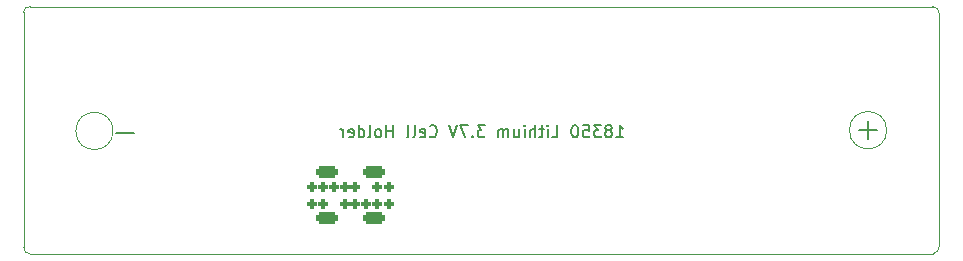
<source format=gbr>
%TF.GenerationSoftware,KiCad,Pcbnew,7.0.6-0*%
%TF.CreationDate,2024-02-21T20:03:51+01:00*%
%TF.ProjectId,smoke_extractorV1_1,736d6f6b-655f-4657-9874-726163746f72,rev?*%
%TF.SameCoordinates,Original*%
%TF.FileFunction,Legend,Bot*%
%TF.FilePolarity,Positive*%
%FSLAX46Y46*%
G04 Gerber Fmt 4.6, Leading zero omitted, Abs format (unit mm)*
G04 Created by KiCad (PCBNEW 7.0.6-0) date 2024-02-21 20:03:51*
%MOMM*%
%LPD*%
G01*
G04 APERTURE LIST*
G04 Aperture macros list*
%AMRoundRect*
0 Rectangle with rounded corners*
0 $1 Rounding radius*
0 $2 $3 $4 $5 $6 $7 $8 $9 X,Y pos of 4 corners*
0 Add a 4 corners polygon primitive as box body*
4,1,4,$2,$3,$4,$5,$6,$7,$8,$9,$2,$3,0*
0 Add four circle primitives for the rounded corners*
1,1,$1+$1,$2,$3*
1,1,$1+$1,$4,$5*
1,1,$1+$1,$6,$7*
1,1,$1+$1,$8,$9*
0 Add four rect primitives between the rounded corners*
20,1,$1+$1,$2,$3,$4,$5,0*
20,1,$1+$1,$4,$5,$6,$7,0*
20,1,$1+$1,$6,$7,$8,$9,0*
20,1,$1+$1,$8,$9,$2,$3,0*%
G04 Aperture macros list end*
%ADD10C,0.150000*%
%ADD11C,0.120000*%
%ADD12RoundRect,0.200000X-0.200000X-0.200000X0.200000X-0.200000X0.200000X0.200000X-0.200000X0.200000X0*%
%ADD13RoundRect,0.250000X-0.700000X-0.250000X0.700000X-0.250000X0.700000X0.250000X-0.700000X0.250000X0*%
%ADD14C,5.700000*%
%ADD15RoundRect,0.500000X-2.750000X-0.500000X2.750000X-0.500000X2.750000X0.500000X-2.750000X0.500000X0*%
%ADD16C,2.000000*%
%ADD17R,1.500000X3.000000*%
G04 APERTURE END LIST*
D10*
X137391095Y-83900412D02*
X135867286Y-83900412D01*
X136629190Y-84662317D02*
X136629190Y-83138507D01*
X115329006Y-84480836D02*
X115900434Y-84480836D01*
X115614720Y-84480836D02*
X115614720Y-83480836D01*
X115614720Y-83480836D02*
X115709958Y-83623693D01*
X115709958Y-83623693D02*
X115805196Y-83718931D01*
X115805196Y-83718931D02*
X115900434Y-83766550D01*
X114757577Y-83909407D02*
X114852815Y-83861788D01*
X114852815Y-83861788D02*
X114900434Y-83814169D01*
X114900434Y-83814169D02*
X114948053Y-83718931D01*
X114948053Y-83718931D02*
X114948053Y-83671312D01*
X114948053Y-83671312D02*
X114900434Y-83576074D01*
X114900434Y-83576074D02*
X114852815Y-83528455D01*
X114852815Y-83528455D02*
X114757577Y-83480836D01*
X114757577Y-83480836D02*
X114567101Y-83480836D01*
X114567101Y-83480836D02*
X114471863Y-83528455D01*
X114471863Y-83528455D02*
X114424244Y-83576074D01*
X114424244Y-83576074D02*
X114376625Y-83671312D01*
X114376625Y-83671312D02*
X114376625Y-83718931D01*
X114376625Y-83718931D02*
X114424244Y-83814169D01*
X114424244Y-83814169D02*
X114471863Y-83861788D01*
X114471863Y-83861788D02*
X114567101Y-83909407D01*
X114567101Y-83909407D02*
X114757577Y-83909407D01*
X114757577Y-83909407D02*
X114852815Y-83957026D01*
X114852815Y-83957026D02*
X114900434Y-84004645D01*
X114900434Y-84004645D02*
X114948053Y-84099883D01*
X114948053Y-84099883D02*
X114948053Y-84290359D01*
X114948053Y-84290359D02*
X114900434Y-84385597D01*
X114900434Y-84385597D02*
X114852815Y-84433217D01*
X114852815Y-84433217D02*
X114757577Y-84480836D01*
X114757577Y-84480836D02*
X114567101Y-84480836D01*
X114567101Y-84480836D02*
X114471863Y-84433217D01*
X114471863Y-84433217D02*
X114424244Y-84385597D01*
X114424244Y-84385597D02*
X114376625Y-84290359D01*
X114376625Y-84290359D02*
X114376625Y-84099883D01*
X114376625Y-84099883D02*
X114424244Y-84004645D01*
X114424244Y-84004645D02*
X114471863Y-83957026D01*
X114471863Y-83957026D02*
X114567101Y-83909407D01*
X114043291Y-83480836D02*
X113424244Y-83480836D01*
X113424244Y-83480836D02*
X113757577Y-83861788D01*
X113757577Y-83861788D02*
X113614720Y-83861788D01*
X113614720Y-83861788D02*
X113519482Y-83909407D01*
X113519482Y-83909407D02*
X113471863Y-83957026D01*
X113471863Y-83957026D02*
X113424244Y-84052264D01*
X113424244Y-84052264D02*
X113424244Y-84290359D01*
X113424244Y-84290359D02*
X113471863Y-84385597D01*
X113471863Y-84385597D02*
X113519482Y-84433217D01*
X113519482Y-84433217D02*
X113614720Y-84480836D01*
X113614720Y-84480836D02*
X113900434Y-84480836D01*
X113900434Y-84480836D02*
X113995672Y-84433217D01*
X113995672Y-84433217D02*
X114043291Y-84385597D01*
X112519482Y-83480836D02*
X112995672Y-83480836D01*
X112995672Y-83480836D02*
X113043291Y-83957026D01*
X113043291Y-83957026D02*
X112995672Y-83909407D01*
X112995672Y-83909407D02*
X112900434Y-83861788D01*
X112900434Y-83861788D02*
X112662339Y-83861788D01*
X112662339Y-83861788D02*
X112567101Y-83909407D01*
X112567101Y-83909407D02*
X112519482Y-83957026D01*
X112519482Y-83957026D02*
X112471863Y-84052264D01*
X112471863Y-84052264D02*
X112471863Y-84290359D01*
X112471863Y-84290359D02*
X112519482Y-84385597D01*
X112519482Y-84385597D02*
X112567101Y-84433217D01*
X112567101Y-84433217D02*
X112662339Y-84480836D01*
X112662339Y-84480836D02*
X112900434Y-84480836D01*
X112900434Y-84480836D02*
X112995672Y-84433217D01*
X112995672Y-84433217D02*
X113043291Y-84385597D01*
X111852815Y-83480836D02*
X111757577Y-83480836D01*
X111757577Y-83480836D02*
X111662339Y-83528455D01*
X111662339Y-83528455D02*
X111614720Y-83576074D01*
X111614720Y-83576074D02*
X111567101Y-83671312D01*
X111567101Y-83671312D02*
X111519482Y-83861788D01*
X111519482Y-83861788D02*
X111519482Y-84099883D01*
X111519482Y-84099883D02*
X111567101Y-84290359D01*
X111567101Y-84290359D02*
X111614720Y-84385597D01*
X111614720Y-84385597D02*
X111662339Y-84433217D01*
X111662339Y-84433217D02*
X111757577Y-84480836D01*
X111757577Y-84480836D02*
X111852815Y-84480836D01*
X111852815Y-84480836D02*
X111948053Y-84433217D01*
X111948053Y-84433217D02*
X111995672Y-84385597D01*
X111995672Y-84385597D02*
X112043291Y-84290359D01*
X112043291Y-84290359D02*
X112090910Y-84099883D01*
X112090910Y-84099883D02*
X112090910Y-83861788D01*
X112090910Y-83861788D02*
X112043291Y-83671312D01*
X112043291Y-83671312D02*
X111995672Y-83576074D01*
X111995672Y-83576074D02*
X111948053Y-83528455D01*
X111948053Y-83528455D02*
X111852815Y-83480836D01*
X109852815Y-84480836D02*
X110329005Y-84480836D01*
X110329005Y-84480836D02*
X110329005Y-83480836D01*
X109519481Y-84480836D02*
X109519481Y-83814169D01*
X109519481Y-83480836D02*
X109567100Y-83528455D01*
X109567100Y-83528455D02*
X109519481Y-83576074D01*
X109519481Y-83576074D02*
X109471862Y-83528455D01*
X109471862Y-83528455D02*
X109519481Y-83480836D01*
X109519481Y-83480836D02*
X109519481Y-83576074D01*
X109186148Y-83814169D02*
X108805196Y-83814169D01*
X109043291Y-83480836D02*
X109043291Y-84337978D01*
X109043291Y-84337978D02*
X108995672Y-84433217D01*
X108995672Y-84433217D02*
X108900434Y-84480836D01*
X108900434Y-84480836D02*
X108805196Y-84480836D01*
X108471862Y-84480836D02*
X108471862Y-83480836D01*
X108043291Y-84480836D02*
X108043291Y-83957026D01*
X108043291Y-83957026D02*
X108090910Y-83861788D01*
X108090910Y-83861788D02*
X108186148Y-83814169D01*
X108186148Y-83814169D02*
X108329005Y-83814169D01*
X108329005Y-83814169D02*
X108424243Y-83861788D01*
X108424243Y-83861788D02*
X108471862Y-83909407D01*
X107567100Y-84480836D02*
X107567100Y-83814169D01*
X107567100Y-83480836D02*
X107614719Y-83528455D01*
X107614719Y-83528455D02*
X107567100Y-83576074D01*
X107567100Y-83576074D02*
X107519481Y-83528455D01*
X107519481Y-83528455D02*
X107567100Y-83480836D01*
X107567100Y-83480836D02*
X107567100Y-83576074D01*
X106662339Y-83814169D02*
X106662339Y-84480836D01*
X107090910Y-83814169D02*
X107090910Y-84337978D01*
X107090910Y-84337978D02*
X107043291Y-84433217D01*
X107043291Y-84433217D02*
X106948053Y-84480836D01*
X106948053Y-84480836D02*
X106805196Y-84480836D01*
X106805196Y-84480836D02*
X106709958Y-84433217D01*
X106709958Y-84433217D02*
X106662339Y-84385597D01*
X106186148Y-84480836D02*
X106186148Y-83814169D01*
X106186148Y-83909407D02*
X106138529Y-83861788D01*
X106138529Y-83861788D02*
X106043291Y-83814169D01*
X106043291Y-83814169D02*
X105900434Y-83814169D01*
X105900434Y-83814169D02*
X105805196Y-83861788D01*
X105805196Y-83861788D02*
X105757577Y-83957026D01*
X105757577Y-83957026D02*
X105757577Y-84480836D01*
X105757577Y-83957026D02*
X105709958Y-83861788D01*
X105709958Y-83861788D02*
X105614720Y-83814169D01*
X105614720Y-83814169D02*
X105471863Y-83814169D01*
X105471863Y-83814169D02*
X105376624Y-83861788D01*
X105376624Y-83861788D02*
X105329005Y-83957026D01*
X105329005Y-83957026D02*
X105329005Y-84480836D01*
X104186148Y-83480836D02*
X103567101Y-83480836D01*
X103567101Y-83480836D02*
X103900434Y-83861788D01*
X103900434Y-83861788D02*
X103757577Y-83861788D01*
X103757577Y-83861788D02*
X103662339Y-83909407D01*
X103662339Y-83909407D02*
X103614720Y-83957026D01*
X103614720Y-83957026D02*
X103567101Y-84052264D01*
X103567101Y-84052264D02*
X103567101Y-84290359D01*
X103567101Y-84290359D02*
X103614720Y-84385597D01*
X103614720Y-84385597D02*
X103662339Y-84433217D01*
X103662339Y-84433217D02*
X103757577Y-84480836D01*
X103757577Y-84480836D02*
X104043291Y-84480836D01*
X104043291Y-84480836D02*
X104138529Y-84433217D01*
X104138529Y-84433217D02*
X104186148Y-84385597D01*
X103138529Y-84385597D02*
X103090910Y-84433217D01*
X103090910Y-84433217D02*
X103138529Y-84480836D01*
X103138529Y-84480836D02*
X103186148Y-84433217D01*
X103186148Y-84433217D02*
X103138529Y-84385597D01*
X103138529Y-84385597D02*
X103138529Y-84480836D01*
X102757577Y-83480836D02*
X102090911Y-83480836D01*
X102090911Y-83480836D02*
X102519482Y-84480836D01*
X101852815Y-83480836D02*
X101519482Y-84480836D01*
X101519482Y-84480836D02*
X101186149Y-83480836D01*
X99519482Y-84385597D02*
X99567101Y-84433217D01*
X99567101Y-84433217D02*
X99709958Y-84480836D01*
X99709958Y-84480836D02*
X99805196Y-84480836D01*
X99805196Y-84480836D02*
X99948053Y-84433217D01*
X99948053Y-84433217D02*
X100043291Y-84337978D01*
X100043291Y-84337978D02*
X100090910Y-84242740D01*
X100090910Y-84242740D02*
X100138529Y-84052264D01*
X100138529Y-84052264D02*
X100138529Y-83909407D01*
X100138529Y-83909407D02*
X100090910Y-83718931D01*
X100090910Y-83718931D02*
X100043291Y-83623693D01*
X100043291Y-83623693D02*
X99948053Y-83528455D01*
X99948053Y-83528455D02*
X99805196Y-83480836D01*
X99805196Y-83480836D02*
X99709958Y-83480836D01*
X99709958Y-83480836D02*
X99567101Y-83528455D01*
X99567101Y-83528455D02*
X99519482Y-83576074D01*
X98709958Y-84433217D02*
X98805196Y-84480836D01*
X98805196Y-84480836D02*
X98995672Y-84480836D01*
X98995672Y-84480836D02*
X99090910Y-84433217D01*
X99090910Y-84433217D02*
X99138529Y-84337978D01*
X99138529Y-84337978D02*
X99138529Y-83957026D01*
X99138529Y-83957026D02*
X99090910Y-83861788D01*
X99090910Y-83861788D02*
X98995672Y-83814169D01*
X98995672Y-83814169D02*
X98805196Y-83814169D01*
X98805196Y-83814169D02*
X98709958Y-83861788D01*
X98709958Y-83861788D02*
X98662339Y-83957026D01*
X98662339Y-83957026D02*
X98662339Y-84052264D01*
X98662339Y-84052264D02*
X99138529Y-84147502D01*
X98090910Y-84480836D02*
X98186148Y-84433217D01*
X98186148Y-84433217D02*
X98233767Y-84337978D01*
X98233767Y-84337978D02*
X98233767Y-83480836D01*
X97567100Y-84480836D02*
X97662338Y-84433217D01*
X97662338Y-84433217D02*
X97709957Y-84337978D01*
X97709957Y-84337978D02*
X97709957Y-83480836D01*
X96424242Y-84480836D02*
X96424242Y-83480836D01*
X96424242Y-83957026D02*
X95852814Y-83957026D01*
X95852814Y-84480836D02*
X95852814Y-83480836D01*
X95233766Y-84480836D02*
X95329004Y-84433217D01*
X95329004Y-84433217D02*
X95376623Y-84385597D01*
X95376623Y-84385597D02*
X95424242Y-84290359D01*
X95424242Y-84290359D02*
X95424242Y-84004645D01*
X95424242Y-84004645D02*
X95376623Y-83909407D01*
X95376623Y-83909407D02*
X95329004Y-83861788D01*
X95329004Y-83861788D02*
X95233766Y-83814169D01*
X95233766Y-83814169D02*
X95090909Y-83814169D01*
X95090909Y-83814169D02*
X94995671Y-83861788D01*
X94995671Y-83861788D02*
X94948052Y-83909407D01*
X94948052Y-83909407D02*
X94900433Y-84004645D01*
X94900433Y-84004645D02*
X94900433Y-84290359D01*
X94900433Y-84290359D02*
X94948052Y-84385597D01*
X94948052Y-84385597D02*
X94995671Y-84433217D01*
X94995671Y-84433217D02*
X95090909Y-84480836D01*
X95090909Y-84480836D02*
X95233766Y-84480836D01*
X94329004Y-84480836D02*
X94424242Y-84433217D01*
X94424242Y-84433217D02*
X94471861Y-84337978D01*
X94471861Y-84337978D02*
X94471861Y-83480836D01*
X93519480Y-84480836D02*
X93519480Y-83480836D01*
X93519480Y-84433217D02*
X93614718Y-84480836D01*
X93614718Y-84480836D02*
X93805194Y-84480836D01*
X93805194Y-84480836D02*
X93900432Y-84433217D01*
X93900432Y-84433217D02*
X93948051Y-84385597D01*
X93948051Y-84385597D02*
X93995670Y-84290359D01*
X93995670Y-84290359D02*
X93995670Y-84004645D01*
X93995670Y-84004645D02*
X93948051Y-83909407D01*
X93948051Y-83909407D02*
X93900432Y-83861788D01*
X93900432Y-83861788D02*
X93805194Y-83814169D01*
X93805194Y-83814169D02*
X93614718Y-83814169D01*
X93614718Y-83814169D02*
X93519480Y-83861788D01*
X92662337Y-84433217D02*
X92757575Y-84480836D01*
X92757575Y-84480836D02*
X92948051Y-84480836D01*
X92948051Y-84480836D02*
X93043289Y-84433217D01*
X93043289Y-84433217D02*
X93090908Y-84337978D01*
X93090908Y-84337978D02*
X93090908Y-83957026D01*
X93090908Y-83957026D02*
X93043289Y-83861788D01*
X93043289Y-83861788D02*
X92948051Y-83814169D01*
X92948051Y-83814169D02*
X92757575Y-83814169D01*
X92757575Y-83814169D02*
X92662337Y-83861788D01*
X92662337Y-83861788D02*
X92614718Y-83957026D01*
X92614718Y-83957026D02*
X92614718Y-84052264D01*
X92614718Y-84052264D02*
X93090908Y-84147502D01*
X92186146Y-84480836D02*
X92186146Y-83814169D01*
X92186146Y-84004645D02*
X92138527Y-83909407D01*
X92138527Y-83909407D02*
X92090908Y-83861788D01*
X92090908Y-83861788D02*
X91995670Y-83814169D01*
X91995670Y-83814169D02*
X91900432Y-83814169D01*
X74466095Y-84131550D02*
X72942286Y-84131550D01*
D11*
%TO.C,U6*%
X142659144Y-74014926D02*
X142662697Y-93674672D01*
X142112697Y-94379570D02*
X65686962Y-94376017D01*
X142109144Y-73426010D02*
X65686962Y-73426010D01*
X65148053Y-83926017D02*
X65136962Y-73897671D01*
X65136962Y-93826017D02*
X65148053Y-83926017D01*
X142112697Y-94379570D02*
G75*
G03*
X142662697Y-93674672I-148674J683022D01*
G01*
X142659143Y-74014926D02*
G75*
G03*
X142109144Y-73426011I-590291J1D01*
G01*
X65136953Y-93826017D02*
G75*
G03*
X65686962Y-94376017I550000J0D01*
G01*
X65686961Y-73426016D02*
G75*
G03*
X65136962Y-73897671I-72768J-471651D01*
G01*
X138210330Y-83894879D02*
G75*
G03*
X138210330Y-83894879I-1581139J0D01*
G01*
X72710330Y-83958001D02*
G75*
G03*
X72710330Y-83958001I-1581139J0D01*
G01*
%TD*%
%LPC*%
D12*
%TO.C,U1*%
X89529275Y-88700000D03*
X89529275Y-90100000D03*
D13*
X90779275Y-87450000D03*
X90779275Y-91350000D03*
X94779275Y-87450000D03*
X94779275Y-91350000D03*
D12*
X96029275Y-88700000D03*
X96029275Y-90100000D03*
X90479275Y-88700000D03*
X90479275Y-90100000D03*
X95079275Y-88700000D03*
X95079275Y-90100000D03*
X91429275Y-88700000D03*
X94129275Y-90100000D03*
X92329275Y-88700000D03*
X93229275Y-90100000D03*
X92329275Y-90100000D03*
X93229275Y-88700000D03*
%TD*%
D14*
%TO.C,H2*%
X67400000Y-69400000D03*
%TD*%
%TO.C,H1*%
X140400000Y-69400000D03*
%TD*%
D15*
%TO.C,U2*%
X110072322Y-71455000D03*
X120072322Y-71455000D03*
%TD*%
D16*
%TO.C,SW1*%
X112600000Y-91700000D03*
X106100000Y-91700000D03*
X112600000Y-87200000D03*
X106100000Y-87200000D03*
%TD*%
D17*
%TO.C,U6*%
X140148053Y-83926017D03*
X67648053Y-83926017D03*
%TD*%
%LPD*%
M02*

</source>
